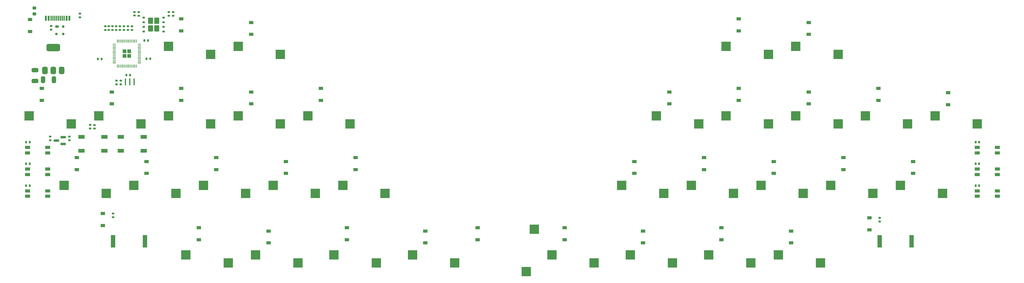
<source format=gbp>
G04 #@! TF.GenerationSoftware,KiCad,Pcbnew,8.0.5*
G04 #@! TF.CreationDate,2024-09-18T06:09:18+09:00*
G04 #@! TF.ProjectId,SandyLP_Base,53616e64-794c-4505-9f42-6173652e6b69,v.0*
G04 #@! TF.SameCoordinates,Original*
G04 #@! TF.FileFunction,Paste,Bot*
G04 #@! TF.FilePolarity,Positive*
%FSLAX46Y46*%
G04 Gerber Fmt 4.6, Leading zero omitted, Abs format (unit mm)*
G04 Created by KiCad (PCBNEW 8.0.5) date 2024-09-18 06:09:18*
%MOMM*%
%LPD*%
G01*
G04 APERTURE LIST*
G04 Aperture macros list*
%AMRoundRect*
0 Rectangle with rounded corners*
0 $1 Rounding radius*
0 $2 $3 $4 $5 $6 $7 $8 $9 X,Y pos of 4 corners*
0 Add a 4 corners polygon primitive as box body*
4,1,4,$2,$3,$4,$5,$6,$7,$8,$9,$2,$3,0*
0 Add four circle primitives for the rounded corners*
1,1,$1+$1,$2,$3*
1,1,$1+$1,$4,$5*
1,1,$1+$1,$6,$7*
1,1,$1+$1,$8,$9*
0 Add four rect primitives between the rounded corners*
20,1,$1+$1,$2,$3,$4,$5,0*
20,1,$1+$1,$4,$5,$6,$7,0*
20,1,$1+$1,$6,$7,$8,$9,0*
20,1,$1+$1,$8,$9,$2,$3,0*%
G04 Aperture macros list end*
%ADD10R,2.600000X2.600000*%
%ADD11R,0.600000X1.450000*%
%ADD12R,0.300000X1.450000*%
%ADD13R,1.200000X0.900000*%
%ADD14R,1.315624X0.820000*%
%ADD15RoundRect,0.140000X0.170000X-0.140000X0.170000X0.140000X-0.170000X0.140000X-0.170000X-0.140000X0*%
%ADD16RoundRect,0.147500X-0.172500X0.147500X-0.172500X-0.147500X0.172500X-0.147500X0.172500X0.147500X0*%
%ADD17RoundRect,0.135000X0.185000X-0.135000X0.185000X0.135000X-0.185000X0.135000X-0.185000X-0.135000X0*%
%ADD18RoundRect,0.135000X-0.185000X0.135000X-0.185000X-0.135000X0.185000X-0.135000X0.185000X0.135000X0*%
%ADD19RoundRect,0.140000X-0.140000X-0.170000X0.140000X-0.170000X0.140000X0.170000X-0.140000X0.170000X0*%
%ADD20RoundRect,0.140000X0.140000X0.170000X-0.140000X0.170000X-0.140000X-0.170000X0.140000X-0.170000X0*%
%ADD21RoundRect,0.375000X0.375000X-0.625000X0.375000X0.625000X-0.375000X0.625000X-0.375000X-0.625000X0*%
%ADD22RoundRect,0.500000X1.400000X-0.500000X1.400000X0.500000X-1.400000X0.500000X-1.400000X-0.500000X0*%
%ADD23RoundRect,0.250000X-0.650000X0.325000X-0.650000X-0.325000X0.650000X-0.325000X0.650000X0.325000X0*%
%ADD24RoundRect,0.218750X-0.256250X0.218750X-0.256250X-0.218750X0.256250X-0.218750X0.256250X0.218750X0*%
%ADD25R,1.700000X1.000000*%
%ADD26RoundRect,0.250000X0.325000X0.650000X-0.325000X0.650000X-0.325000X-0.650000X0.325000X-0.650000X0*%
%ADD27RoundRect,0.140000X-0.170000X0.140000X-0.170000X-0.140000X0.170000X-0.140000X0.170000X0.140000X0*%
%ADD28RoundRect,0.225000X0.375000X-0.225000X0.375000X0.225000X-0.375000X0.225000X-0.375000X-0.225000X0*%
%ADD29R,1.300000X3.400000*%
%ADD30RoundRect,0.250000X0.435000X0.615000X-0.435000X0.615000X-0.435000X-0.615000X0.435000X-0.615000X0*%
%ADD31RoundRect,0.125000X0.250000X0.125000X-0.250000X0.125000X-0.250000X-0.125000X0.250000X-0.125000X0*%
%ADD32RoundRect,0.135000X-0.135000X-0.185000X0.135000X-0.185000X0.135000X0.185000X-0.135000X0.185000X0*%
%ADD33RoundRect,0.175000X-0.325000X0.175000X-0.325000X-0.175000X0.325000X-0.175000X0.325000X0.175000X0*%
%ADD34RoundRect,0.150000X-0.150000X0.200000X-0.150000X-0.200000X0.150000X-0.200000X0.150000X0.200000X0*%
%ADD35R,0.400000X1.900000*%
%ADD36RoundRect,0.150000X0.587500X0.150000X-0.587500X0.150000X-0.587500X-0.150000X0.587500X-0.150000X0*%
%ADD37RoundRect,0.250000X0.292217X0.292217X-0.292217X0.292217X-0.292217X-0.292217X0.292217X-0.292217X0*%
%ADD38RoundRect,0.050000X0.387500X0.050000X-0.387500X0.050000X-0.387500X-0.050000X0.387500X-0.050000X0*%
%ADD39RoundRect,0.050000X0.050000X0.387500X-0.050000X0.387500X-0.050000X-0.387500X0.050000X-0.387500X0*%
G04 APERTURE END LIST*
D10*
X238646695Y-90103685D03*
X227096695Y-87903685D03*
X257696775Y-90103685D03*
X246146775Y-87903685D03*
X57670935Y-71053565D03*
X46120935Y-68853565D03*
X86245935Y-90103645D03*
X74695935Y-87903645D03*
X95770935Y-71053565D03*
X84220935Y-68853565D03*
X95770935Y-52003485D03*
X84220935Y-49803485D03*
X114820935Y-71053565D03*
X103270935Y-68853565D03*
X229121655Y-52003525D03*
X217571655Y-49803525D03*
X229121655Y-71053605D03*
X217571655Y-68853605D03*
X248171735Y-71053605D03*
X236621735Y-68853605D03*
X219596615Y-90103645D03*
X208046615Y-87903645D03*
X200546535Y-90103645D03*
X188996535Y-87903645D03*
X248171735Y-52003525D03*
X236621735Y-49803525D03*
X105295935Y-90103645D03*
X93745935Y-87903645D03*
X76720935Y-52003485D03*
X65170935Y-49803485D03*
X67195935Y-90103645D03*
X55645935Y-87903645D03*
X48145935Y-90103645D03*
X36595935Y-87903645D03*
X100533435Y-109153765D03*
X88983435Y-106953765D03*
X224358435Y-109153765D03*
X212808435Y-106953765D03*
X286270935Y-71053605D03*
X274720935Y-68853605D03*
X267220975Y-71053765D03*
X255670975Y-68853765D03*
X38620935Y-71053765D03*
X27070935Y-68853765D03*
X276747015Y-90103685D03*
X265197015Y-87903685D03*
X76720935Y-71053565D03*
X65170935Y-68853565D03*
X81483434Y-109153765D03*
X69933434Y-106953765D03*
X210071575Y-71053565D03*
X198521575Y-68853565D03*
X121964685Y-109153405D03*
X110414685Y-106953405D03*
X243408435Y-109153405D03*
X231858435Y-106953405D03*
X165120935Y-99928765D03*
X162920935Y-111478765D03*
X143396375Y-109153765D03*
X131846375Y-106953765D03*
X124345935Y-90103405D03*
X112795935Y-87903405D03*
X202927185Y-109153405D03*
X191377185Y-106953405D03*
X181495975Y-109153765D03*
X169945975Y-106953765D03*
D11*
X31595935Y-42092115D03*
X32395935Y-42092115D03*
D12*
X33595935Y-42092115D03*
X34595935Y-42092115D03*
X35095935Y-42092115D03*
X36095935Y-42092115D03*
D11*
X37295935Y-42092115D03*
X38095935Y-42092115D03*
X38095935Y-42092115D03*
X37295935Y-42092115D03*
D12*
X36595935Y-42092115D03*
X35595935Y-42092115D03*
X34095935Y-42092115D03*
X33095935Y-42092115D03*
D11*
X32395935Y-42092115D03*
X31595935Y-42092115D03*
D13*
X68670935Y-61278405D03*
X68670935Y-64578405D03*
X87733435Y-62262780D03*
X87733435Y-65562780D03*
X92495935Y-100362780D03*
X92495935Y-103662780D03*
X135358435Y-100362780D03*
X135358435Y-103662780D03*
D14*
X26634998Y-89356530D03*
X26634998Y-90856530D03*
X32150622Y-90856530D03*
X32150622Y-89356530D03*
D15*
X48858435Y-45264655D03*
X48858435Y-44304655D03*
D16*
X44970935Y-71339655D03*
X44970935Y-72309655D03*
D14*
X286191248Y-89356530D03*
X286191248Y-90856530D03*
X291706872Y-90856530D03*
X291706872Y-89356530D03*
D17*
X52958435Y-45294655D03*
X52958435Y-44274655D03*
D13*
X78208435Y-80278405D03*
X78208435Y-83578405D03*
D18*
X65270935Y-40364655D03*
X65270935Y-41384655D03*
D19*
X59190935Y-53184655D03*
X60150935Y-53184655D03*
D20*
X286738435Y-87984655D03*
X285778435Y-87984655D03*
D19*
X58578435Y-48184655D03*
X59538435Y-48184655D03*
D13*
X192508435Y-81312780D03*
X192508435Y-84612780D03*
D21*
X35958435Y-56378405D03*
X33658435Y-56378405D03*
D22*
X33658435Y-50078405D03*
D21*
X31358435Y-56378405D03*
D15*
X54058435Y-45264655D03*
X54058435Y-44304655D03*
D23*
X28658435Y-56278405D03*
X28658435Y-59228405D03*
D13*
X113927185Y-99478405D03*
X113927185Y-102778405D03*
X249658435Y-80278405D03*
X249658435Y-83578405D03*
D20*
X286738435Y-81984655D03*
X285778435Y-81984655D03*
D17*
X259595934Y-97788405D03*
X259595934Y-96768405D03*
D24*
X28495935Y-39303405D03*
X28495935Y-40878405D03*
D25*
X47658435Y-74584655D03*
X41358435Y-74584655D03*
X47658435Y-78384655D03*
X41358435Y-78384655D03*
D26*
X33858435Y-58928405D03*
X30908435Y-58928405D03*
D15*
X47858435Y-45264655D03*
X47858435Y-44304655D03*
D13*
X221070935Y-61278405D03*
X221070935Y-64578405D03*
X230608435Y-81312780D03*
X230608435Y-84612780D03*
X194889685Y-100362780D03*
X194889685Y-103662780D03*
D27*
X52158435Y-59204655D03*
X52158435Y-60164655D03*
D13*
X211558435Y-80278405D03*
X211558435Y-83578405D03*
D28*
X27345935Y-45747115D03*
X27345935Y-42447115D03*
D29*
X50045935Y-103203405D03*
X58745935Y-103203405D03*
D13*
X256802184Y-96790905D03*
X256802184Y-100090905D03*
D30*
X61945935Y-44859655D03*
X61945935Y-42709655D03*
X60245935Y-44859655D03*
X60245935Y-42709655D03*
D31*
X63795935Y-41879655D03*
X63795935Y-43149655D03*
X63795935Y-44419655D03*
X63795935Y-45689655D03*
X58395935Y-45689655D03*
X58395935Y-44419655D03*
X58395935Y-43149655D03*
X58395935Y-41879655D03*
D27*
X50958435Y-59204655D03*
X50958435Y-60164655D03*
D17*
X51858435Y-45294655D03*
X51858435Y-44274655D03*
D15*
X55158435Y-45264655D03*
X55158435Y-44304655D03*
D13*
X202033435Y-62262780D03*
X202033435Y-65562780D03*
D14*
X286191248Y-83403405D03*
X286191248Y-84903405D03*
X291706872Y-84903405D03*
X291706872Y-83403405D03*
D13*
X240133435Y-62262780D03*
X240133435Y-65562780D03*
D32*
X53648435Y-57684655D03*
X54668435Y-57684655D03*
D20*
X27218435Y-75984655D03*
X26258435Y-75984655D03*
D14*
X286191248Y-77450280D03*
X286191248Y-78950280D03*
X291706872Y-78950280D03*
X291706872Y-77450280D03*
D13*
X173458435Y-99478405D03*
X173458435Y-102778405D03*
D25*
X58408435Y-74584655D03*
X52108435Y-74584655D03*
X58408435Y-78384655D03*
X52108435Y-78384655D03*
D13*
X268708435Y-81312780D03*
X268708435Y-84612780D03*
D29*
X259595935Y-103203405D03*
X268295935Y-103203405D03*
D17*
X32858435Y-75534655D03*
X32858435Y-74514655D03*
D14*
X26634998Y-83403405D03*
X26634998Y-84903405D03*
X32150622Y-84903405D03*
X32150622Y-83403405D03*
X26634998Y-77450280D03*
X26634998Y-78950280D03*
X32150622Y-78950280D03*
X32150622Y-77450280D03*
D15*
X49858435Y-45264655D03*
X49858435Y-44304655D03*
D13*
X30570935Y-61278405D03*
X30570935Y-64578405D03*
X221070935Y-42278405D03*
X221070935Y-45578405D03*
D20*
X286738435Y-75984655D03*
X285778435Y-75984655D03*
D33*
X34708435Y-44384655D03*
D34*
X36408435Y-44384655D03*
X36408435Y-46384655D03*
X34508435Y-46384655D03*
D17*
X40945935Y-41784655D03*
X40945935Y-40764655D03*
D13*
X278233435Y-62478405D03*
X278233435Y-65778405D03*
D35*
X55758435Y-59484655D03*
X54558435Y-59484655D03*
X53358435Y-59484655D03*
D13*
X87733435Y-43212780D03*
X87733435Y-46512780D03*
X47252184Y-95600280D03*
X47252184Y-98900280D03*
D20*
X46850935Y-53228405D03*
X45890935Y-53228405D03*
D15*
X55858435Y-41344655D03*
X55858435Y-40384655D03*
D18*
X66470935Y-40368405D03*
X66470935Y-41388405D03*
D13*
X59158435Y-81312780D03*
X59158435Y-84612780D03*
X97258435Y-81312780D03*
X97258435Y-84612780D03*
D17*
X38048435Y-75524655D03*
X38048435Y-74504655D03*
D13*
X116308435Y-80278405D03*
X116308435Y-83578405D03*
X235370935Y-100362780D03*
X235370935Y-103662780D03*
X106783435Y-61278405D03*
X106783435Y-64578405D03*
D36*
X36395935Y-74634655D03*
X36395935Y-76534655D03*
X34520935Y-75584655D03*
D13*
X149645935Y-99478405D03*
X149645935Y-102778405D03*
D20*
X27218435Y-81984655D03*
X26258435Y-81984655D03*
D18*
X33058435Y-44209655D03*
X33058435Y-45229655D03*
D37*
X54395935Y-52422155D03*
X54395935Y-51147155D03*
X53120935Y-52422155D03*
X53120935Y-51147155D03*
D38*
X57195935Y-49184655D03*
X57195935Y-49584655D03*
X57195935Y-49984655D03*
X57195935Y-50384655D03*
X57195935Y-50784655D03*
X57195935Y-51184655D03*
X57195935Y-51584655D03*
X57195935Y-51984655D03*
X57195935Y-52384655D03*
X57195935Y-52784655D03*
X57195935Y-53184655D03*
X57195935Y-53584655D03*
X57195935Y-53984655D03*
X57195935Y-54384655D03*
D39*
X56358435Y-55222155D03*
X55958435Y-55222155D03*
X55558435Y-55222155D03*
X55158435Y-55222155D03*
X54758435Y-55222155D03*
X54358435Y-55222155D03*
X53958435Y-55222155D03*
X53558435Y-55222155D03*
X53158435Y-55222155D03*
X52758435Y-55222155D03*
X52358435Y-55222155D03*
X51958435Y-55222155D03*
X51558435Y-55222155D03*
X51158435Y-55222155D03*
D38*
X50320935Y-54384655D03*
X50320935Y-53984655D03*
X50320935Y-53584655D03*
X50320935Y-53184655D03*
X50320935Y-52784655D03*
X50320935Y-52384655D03*
X50320935Y-51984655D03*
X50320935Y-51584655D03*
X50320935Y-51184655D03*
X50320935Y-50784655D03*
X50320935Y-50384655D03*
X50320935Y-49984655D03*
X50320935Y-49584655D03*
X50320935Y-49184655D03*
D39*
X51158435Y-48347155D03*
X51558435Y-48347155D03*
X51958435Y-48347155D03*
X52358435Y-48347155D03*
X52758435Y-48347155D03*
X53158435Y-48347155D03*
X53558435Y-48347155D03*
X53958435Y-48347155D03*
X54358435Y-48347155D03*
X54758435Y-48347155D03*
X55158435Y-48347155D03*
X55558435Y-48347155D03*
X55958435Y-48347155D03*
X56358435Y-48347155D03*
D13*
X73445935Y-99478405D03*
X73445935Y-102778405D03*
D15*
X57058435Y-41364655D03*
X57058435Y-40404655D03*
D17*
X43758435Y-72334655D03*
X43758435Y-71314655D03*
D13*
X259183435Y-61278405D03*
X259183435Y-64578405D03*
D20*
X27218435Y-87984655D03*
X26258435Y-87984655D03*
D13*
X40070935Y-80278405D03*
X40070935Y-83578405D03*
X68670935Y-42278405D03*
X68670935Y-45578405D03*
X240133435Y-43212780D03*
X240133435Y-46512780D03*
D17*
X50045934Y-96598405D03*
X50045934Y-95578405D03*
D15*
X50858435Y-45264655D03*
X50858435Y-44304655D03*
D13*
X216320935Y-99478405D03*
X216320935Y-102778405D03*
X49633435Y-62262780D03*
X49633435Y-65562780D03*
M02*

</source>
